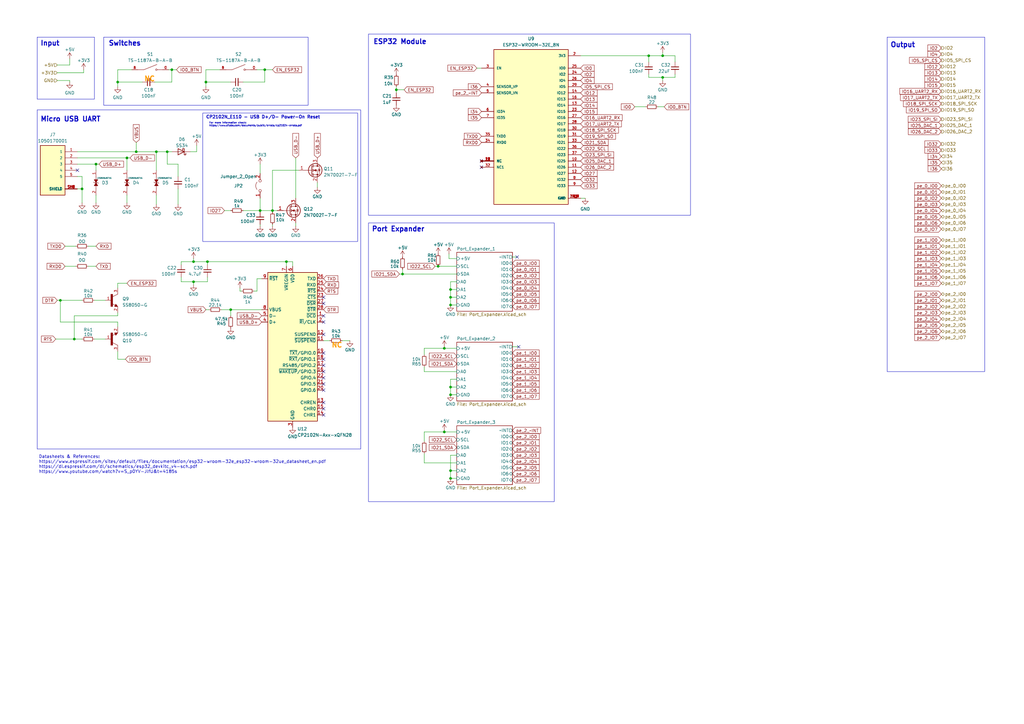
<source format=kicad_sch>
(kicad_sch (version 20230121) (generator eeschema)
  (paper "A3")
  (junction (at 85.09 107.315))
  (junction (at 108.585 28.575))
  (junction (at 184.785 125.095))
  (junction (at 184.785 118.745))
  (junction (at 271.78 31.75))
  (junction (at 184.785 158.75))
  (junction (at 117.475 107.315))
  (junction (at 79.375 107.315))
  (junction (at 33.655 77.47))
  (junction (at 55.88 62.23))
  (junction (at 184.785 161.925))
  (junction (at 162.56 36.83))
  (junction (at 184.785 193.04))
  (junction (at 94.615 127))
  (junction (at 271.78 22.86))
  (junction (at 64.135 62.23))
  (junction (at 184.785 196.215))
  (junction (at 30.48 139.065))
  (junction (at 79.375 115.57))
  (junction (at 106.68 86.36))
  (junction (at 165.1 112.395))
  (junction (at 84.455 33.655))
  (junction (at 52.07 64.77))
  (junction (at 182.245 177.165))
  (junction (at 111.76 86.36))
  (junction (at 24.765 123.19))
  (junction (at 179.705 109.22))
  (junction (at 39.37 67.31))
  (junction (at 48.26 33.655))
  (junction (at 70.485 28.575))
  (junction (at 68.58 62.23))
  (junction (at 184.785 121.92))
  (junction (at 266.065 22.86))
  (junction (at 182.245 142.875))
  (no_connect (at 132.715 152.4))
  (no_connect (at 212.09 105.41))
  (no_connect (at 132.715 121.92))
  (no_connect (at 132.715 165.1))
  (no_connect (at 132.715 160.02))
  (no_connect (at 132.715 129.54))
  (no_connect (at 132.715 157.48))
  (no_connect (at 197.485 66.04))
  (no_connect (at 212.725 142.24))
  (no_connect (at 132.715 144.78))
  (no_connect (at 132.715 154.94))
  (no_connect (at 132.715 149.86))
  (no_connect (at 132.715 147.32))
  (no_connect (at 132.715 132.08))
  (no_connect (at 132.715 167.64))
  (no_connect (at 197.485 68.58))
  (no_connect (at 31.75 69.85))
  (no_connect (at 132.715 124.46))
  (no_connect (at 132.715 137.16))
  (no_connect (at 132.715 170.18))
  (wire (pts (xy 182.245 142.875) (xy 182.245 142.24)))
  (wire (pts (xy 69.215 28.575) (xy 70.485 28.575)))
  (wire (pts (xy 24.765 123.19) (xy 33.655 123.19)))
  (wire (pts (xy 266.065 31.75) (xy 266.065 30.48)))
  (wire (pts (xy 39.37 67.31) (xy 31.75 67.31)))
  (wire (pts (xy 48.26 33.655) (xy 48.26 35.56)))
  (wire (pts (xy 90.17 28.575) (xy 84.455 28.575)))
  (wire (pts (xy 78.105 62.23) (xy 80.645 62.23)))
  (wire (pts (xy 48.26 144.145) (xy 48.26 147.32)))
  (wire (pts (xy 184.785 115.57) (xy 184.785 118.745)))
  (wire (pts (xy 276.86 30.48) (xy 276.86 31.75)))
  (wire (pts (xy 271.78 22.86) (xy 266.065 22.86)))
  (wire (pts (xy 184.785 121.92) (xy 184.785 125.095)))
  (wire (pts (xy 52.07 80.01) (xy 52.07 83.185)))
  (wire (pts (xy 106.68 86.995) (xy 106.68 86.36)))
  (wire (pts (xy 28.575 33.02) (xy 23.495 33.02)))
  (wire (pts (xy 184.785 158.75) (xy 184.785 161.925)))
  (wire (pts (xy 111.76 86.36) (xy 111.76 86.995)))
  (wire (pts (xy 276.86 25.4) (xy 276.86 22.86)))
  (wire (pts (xy 28.575 33.655) (xy 28.575 33.02)))
  (wire (pts (xy 31.75 77.47) (xy 33.655 77.47)))
  (wire (pts (xy 184.785 186.69) (xy 184.785 193.04)))
  (wire (pts (xy 48.26 133.985) (xy 48.26 132.08)))
  (wire (pts (xy 92.075 86.36) (xy 94.615 86.36)))
  (wire (pts (xy 39.37 80.01) (xy 39.37 83.185)))
  (wire (pts (xy 238.125 22.86) (xy 266.065 22.86)))
  (wire (pts (xy 266.065 22.86) (xy 266.065 25.4)))
  (wire (pts (xy 111.76 92.075) (xy 111.76 92.71)))
  (wire (pts (xy 104.14 119.38) (xy 105.41 119.38)))
  (wire (pts (xy 48.26 128.27) (xy 48.26 129.54)))
  (wire (pts (xy 55.88 58.42) (xy 55.88 62.23)))
  (wire (pts (xy 106.68 92.075) (xy 106.68 92.71)))
  (wire (pts (xy 210.185 142.24) (xy 212.725 142.24)))
  (wire (pts (xy 173.99 142.875) (xy 182.245 142.875)))
  (wire (pts (xy 260.35 43.815) (xy 264.795 43.815)))
  (wire (pts (xy 173.99 177.165) (xy 182.245 177.165)))
  (wire (pts (xy 85.09 107.315) (xy 85.09 108.585)))
  (wire (pts (xy 23.495 26.67) (xy 28.575 26.67)))
  (wire (pts (xy 162.56 36.83) (xy 162.56 38.1)))
  (wire (pts (xy 40.64 67.31) (xy 39.37 67.31)))
  (wire (pts (xy 178.435 109.22) (xy 179.705 109.22)))
  (wire (pts (xy 187.325 121.92) (xy 184.785 121.92)))
  (wire (pts (xy 179.705 109.22) (xy 187.325 109.22)))
  (wire (pts (xy 187.325 177.165) (xy 182.245 177.165)))
  (wire (pts (xy 269.875 43.815) (xy 272.415 43.815)))
  (wire (pts (xy 33.655 77.47) (xy 33.655 72.39)))
  (wire (pts (xy 94.615 129.54) (xy 94.615 127)))
  (wire (pts (xy 120.015 109.22) (xy 120.015 107.315)))
  (wire (pts (xy 74.295 107.315) (xy 74.295 108.585)))
  (wire (pts (xy 26.67 109.22) (xy 31.115 109.22)))
  (wire (pts (xy 99.06 119.38) (xy 98.425 119.38)))
  (wire (pts (xy 79.375 115.57) (xy 85.09 115.57)))
  (wire (pts (xy 39.37 67.31) (xy 39.37 69.85)))
  (wire (pts (xy 48.26 132.08) (xy 24.765 132.08)))
  (wire (pts (xy 173.99 145.415) (xy 173.99 142.875)))
  (wire (pts (xy 111.76 28.575) (xy 108.585 28.575)))
  (wire (pts (xy 48.26 147.32) (xy 51.435 147.32)))
  (wire (pts (xy 68.58 67.31) (xy 68.58 62.23)))
  (wire (pts (xy 113.665 86.36) (xy 111.76 86.36)))
  (wire (pts (xy 36.195 100.965) (xy 39.37 100.965)))
  (wire (pts (xy 187.325 115.57) (xy 184.785 115.57)))
  (wire (pts (xy 79.375 107.315) (xy 85.09 107.315)))
  (wire (pts (xy 23.495 123.19) (xy 24.765 123.19)))
  (wire (pts (xy 105.41 119.38) (xy 105.41 114.3)))
  (wire (pts (xy 64.135 80.01) (xy 64.135 83.82)))
  (wire (pts (xy 38.735 139.065) (xy 43.18 139.065)))
  (wire (pts (xy 55.88 62.23) (xy 64.135 62.23)))
  (wire (pts (xy 74.295 113.665) (xy 74.295 115.57)))
  (wire (pts (xy 187.325 155.575) (xy 184.785 155.575)))
  (wire (pts (xy 24.765 132.08) (xy 24.765 123.19)))
  (wire (pts (xy 130.175 76.835) (xy 130.175 74.93)))
  (wire (pts (xy 73.025 67.31) (xy 68.58 67.31)))
  (wire (pts (xy 58.42 33.655) (xy 48.26 33.655)))
  (wire (pts (xy 173.99 180.975) (xy 173.99 177.165)))
  (wire (pts (xy 84.455 28.575) (xy 84.455 33.655)))
  (wire (pts (xy 48.26 28.575) (xy 48.26 33.655)))
  (wire (pts (xy 31.75 62.23) (xy 55.88 62.23)))
  (wire (pts (xy 184.785 155.575) (xy 184.785 158.75)))
  (wire (pts (xy 108.585 28.575) (xy 108.585 33.655)))
  (wire (pts (xy 48.26 116.205) (xy 48.26 118.11)))
  (wire (pts (xy 30.48 129.54) (xy 30.48 139.065)))
  (wire (pts (xy 64.135 62.23) (xy 68.58 62.23)))
  (wire (pts (xy 64.135 62.23) (xy 64.135 69.85)))
  (wire (pts (xy 184.785 161.925) (xy 187.325 161.925)))
  (wire (pts (xy 52.07 64.77) (xy 53.34 64.77)))
  (wire (pts (xy 52.07 116.205) (xy 48.26 116.205)))
  (wire (pts (xy 165.1 110.49) (xy 165.1 112.395)))
  (wire (pts (xy 122.555 69.85) (xy 111.76 69.85)))
  (wire (pts (xy 99.695 33.655) (xy 108.585 33.655)))
  (wire (pts (xy 165.735 36.83) (xy 162.56 36.83)))
  (wire (pts (xy 163.83 112.395) (xy 165.1 112.395)))
  (wire (pts (xy 31.75 72.39) (xy 33.655 72.39)))
  (wire (pts (xy 195.58 27.94) (xy 197.485 27.94)))
  (wire (pts (xy 165.1 112.395) (xy 187.325 112.395)))
  (wire (pts (xy 210.185 105.41) (xy 212.09 105.41)))
  (wire (pts (xy 26.67 100.965) (xy 31.115 100.965)))
  (wire (pts (xy 184.785 118.745) (xy 184.785 121.92)))
  (wire (pts (xy 140.335 139.7) (xy 143.51 139.7)))
  (wire (pts (xy 53.975 28.575) (xy 48.26 28.575)))
  (wire (pts (xy 74.295 115.57) (xy 79.375 115.57)))
  (wire (pts (xy 70.485 33.655) (xy 70.485 28.575)))
  (wire (pts (xy 276.86 22.86) (xy 271.78 22.86)))
  (wire (pts (xy 184.785 196.215) (xy 187.325 196.215)))
  (wire (pts (xy 34.29 28.575) (xy 34.29 29.845)))
  (wire (pts (xy 70.485 28.575) (xy 72.39 28.575)))
  (wire (pts (xy 117.475 107.315) (xy 120.015 107.315)))
  (wire (pts (xy 187.325 118.745) (xy 184.785 118.745)))
  (wire (pts (xy 111.76 69.85) (xy 111.76 86.36)))
  (wire (pts (xy 173.99 189.865) (xy 187.325 189.865)))
  (wire (pts (xy 84.455 33.655) (xy 84.455 35.56)))
  (wire (pts (xy 187.325 193.04) (xy 184.785 193.04)))
  (wire (pts (xy 85.725 127) (xy 84.455 127)))
  (wire (pts (xy 173.99 152.4) (xy 187.325 152.4)))
  (wire (pts (xy 52.07 64.77) (xy 52.07 69.85)))
  (wire (pts (xy 106.68 67.31) (xy 106.68 71.12)))
  (wire (pts (xy 121.285 81.28) (xy 121.285 64.77)))
  (wire (pts (xy 79.375 106.045) (xy 79.375 107.315)))
  (wire (pts (xy 94.615 127) (xy 107.315 127)))
  (wire (pts (xy 30.48 139.065) (xy 33.655 139.065)))
  (wire (pts (xy 79.375 107.315) (xy 74.295 107.315)))
  (wire (pts (xy 94.615 33.655) (xy 84.455 33.655)))
  (wire (pts (xy 28.575 26.67) (xy 28.575 24.13)))
  (wire (pts (xy 162.56 35.56) (xy 162.56 36.83)))
  (wire (pts (xy 271.78 31.75) (xy 271.78 33.02)))
  (wire (pts (xy 121.285 91.44) (xy 121.285 92.71)))
  (wire (pts (xy 184.15 106.045) (xy 184.15 104.14)))
  (wire (pts (xy 31.75 64.77) (xy 52.07 64.77)))
  (wire (pts (xy 48.26 129.54) (xy 30.48 129.54)))
  (wire (pts (xy 80.645 62.23) (xy 80.645 59.69)))
  (wire (pts (xy 111.76 86.36) (xy 106.68 86.36)))
  (wire (pts (xy 106.68 81.28) (xy 106.68 86.36)))
  (wire (pts (xy 173.99 186.055) (xy 173.99 189.865)))
  (wire (pts (xy 73.025 72.39) (xy 73.025 67.31)))
  (wire (pts (xy 117.475 107.315) (xy 117.475 109.22)))
  (wire (pts (xy 184.785 186.69) (xy 187.325 186.69)))
  (wire (pts (xy 99.695 86.36) (xy 106.68 86.36)))
  (wire (pts (xy 22.86 139.065) (xy 30.48 139.065)))
  (wire (pts (xy 36.195 109.22) (xy 39.37 109.22)))
  (wire (pts (xy 68.58 62.23) (xy 70.485 62.23)))
  (wire (pts (xy 85.09 115.57) (xy 85.09 113.665)))
  (wire (pts (xy 276.86 31.75) (xy 271.78 31.75)))
  (wire (pts (xy 184.785 193.04) (xy 184.785 196.215)))
  (wire (pts (xy 63.5 33.655) (xy 70.485 33.655)))
  (wire (pts (xy 271.78 31.75) (xy 266.065 31.75)))
  (wire (pts (xy 73.025 77.47) (xy 73.025 83.82)))
  (wire (pts (xy 33.655 83.185) (xy 33.655 77.47)))
  (wire (pts (xy 184.15 106.045) (xy 187.325 106.045)))
  (wire (pts (xy 98.425 119.38) (xy 98.425 118.11)))
  (wire (pts (xy 173.99 152.4) (xy 173.99 150.495)))
  (wire (pts (xy 238.125 81.28) (xy 240.03 81.28)))
  (wire (pts (xy 187.325 142.875) (xy 182.245 142.875)))
  (wire (pts (xy 132.715 139.7) (xy 135.255 139.7)))
  (wire (pts (xy 85.09 107.315) (xy 117.475 107.315)))
  (wire (pts (xy 79.375 116.84) (xy 79.375 115.57)))
  (wire (pts (xy 38.735 123.19) (xy 43.18 123.19)))
  (wire (pts (xy 271.78 21.59) (xy 271.78 22.86)))
  (wire (pts (xy 184.785 125.095) (xy 187.325 125.095)))
  (wire (pts (xy 105.41 114.3) (xy 107.315 114.3)))
  (wire (pts (xy 90.805 127) (xy 94.615 127)))
  (wire (pts (xy 105.41 28.575) (xy 108.585 28.575)))
  (wire (pts (xy 187.325 158.75) (xy 184.785 158.75)))
  (wire (pts (xy 182.245 177.165) (xy 182.245 176.53)))
  (wire (pts (xy 34.29 29.845) (xy 23.495 29.845)))
  (rectangle (start 15.24 45.085) (end 147.955 184.15))
  (rectangle (start 83.185 46.355) (end 146.685 99.06))
  (rectangle (start 363.855 15.24) (end 403.86 152.4))
  (rectangle (start 42.545 15.24) (end 126.365 43.18))
  (rectangle (start 151.13 13.97) (end 283.21 88.265))
  (rectangle (start 151.13 91.44) (end 227.33 205.74))
  (rectangle (start 15.24 15.24) (end 38.735 40.64))
  (text "Micro USB UART" (at 16.51 50.165 0) (effects (font (size 2 2) bold) (justify left bottom)))
  (text "Port Expander" (at 152.4 95.25 0) (effects (font (size 2 2) (thickness 0.4) bold) (justify left bottom)))
  (text "ESP32 Module" (at 153.035 18.415 0) (effects (font (size 2 2) bold) (justify left bottom)))
  (text "CP2102N_E110 - USB D+/D- Power-On Reset" (at 84.455 48.895 0) (effects (font (size 1.27 1.27) (thickness 0.254) bold) (justify left bottom)))
  (text "NC" (at 135.89 142.875 0) (effects (font (size 2 2) (thickness 0.4) bold) (justify left bottom)))
  (text "For more information check:\nhttps://www.silabs.com/documents/public/errata/cp2102n-errata.pdf" (at 85.725 52.07 0) (effects (font (size 0.7 0.7)) (justify left bottom)))
  (text "Datasheets & References:\nhttps://www.espressif.com/sites/default/files/documentation/esp32-wroom-32e_esp32-wroom-32ue_datasheet_en.pdf\nhttps://dl.espressif.com/dl/schematics/esp32_devkitc_v4-sch.pdf\nhttps://www.youtube.com/watch?v=S_p0YV-JlfU&t=4185s" (at 15.875 194.31 0) (effects (font (size 1.27 1.27)) (justify left bottom)))
  (text "Switches" (at 44.45 19.05 0) (effects (font (size 2 2) (thickness 0.4) bold) (justify left bottom)))
  (text "NC" (at 59.055 33.655 0) (effects (font (size 2 2) (thickness 0.4) bold) (justify left bottom)))
  (text "Input" (at 16.51 19.05 0) (effects (font (size 2 2) (thickness 0.4) bold) (justify left bottom)))
  (text "Output" (at 365.125 19.685 0) (effects (font (size 2 2) (thickness 0.4) bold) (justify left bottom)))
  (global_label "IO14" (shape input) (at 386.08 32.385 180) (property "Intersheetrefs" "${INTERSHEET_REFS}" (effects hide)))
  (global_label "IO25_DAC_1" (shape input) (at 238.125 66.04 0) (property "Intersheetrefs" "${INTERSHEET_REFS}" (effects hide)))
  (global_label "IO19_SPI_SO" (shape input) (at 238.125 55.88 0) (property "Intersheetrefs" "${INTERSHEET_REFS}" (effects hide)))
  (global_label "pe_2_IO5" (shape input) (at 386.08 133.35 180) (property "Intersheetrefs" "${INTERSHEET_REFS}" (effects hide)))
  (global_label "IO18_SPI_SCK" (shape input) (at 238.125 53.34 0) (property "Intersheetrefs" "${INTERSHEET_REFS}" (effects hide)))
  (global_label "EN_ESP32" (shape input) (at 111.76 28.575 0) (property "Intersheetrefs" "${INTERSHEET_REFS}" (effects hide)))
  (global_label "I36" (shape input) (at 197.485 35.56 180) (property "Intersheetrefs" "${INTERSHEET_REFS}" (effects hide)))
  (global_label "IO21_SDA" (shape input) (at 238.125 58.42 0) (property "Intersheetrefs" "${INTERSHEET_REFS}" (effects hide)))
  (global_label "IO26_DAC_2" (shape input) (at 386.08 53.975 180) (property "Intersheetrefs" "${INTERSHEET_REFS}" (effects hide)))
  (global_label "IO13" (shape input) (at 238.125 40.64 0) (property "Intersheetrefs" "${INTERSHEET_REFS}" (effects hide)))
  (global_label "USB_D-" (shape input) (at 107.315 129.54 180) (property "Intersheetrefs" "${INTERSHEET_REFS}" (effects hide)))
  (global_label "USB_D+" (shape input) (at 107.315 132.08 180) (property "Intersheetrefs" "${INTERSHEET_REFS}" (effects hide)))
  (global_label "pe_2_IO2" (shape input) (at 210.185 184.15 0) (property "Intersheetrefs" "${INTERSHEET_REFS}" (effects hide)))
  (global_label "VBUS" (shape input) (at 84.455 127 180) (property "Intersheetrefs" "${INTERSHEET_REFS}" (effects hide)))
  (global_label "I35" (shape input) (at 386.08 66.675 180) (property "Intersheetrefs" "${INTERSHEET_REFS}" (effects hide)))
  (global_label "USB_D+" (shape input) (at 40.64 67.31 0) (property "Intersheetrefs" "${INTERSHEET_REFS}" (effects hide)))
  (global_label "pe_2_IO6" (shape input) (at 386.08 135.89 180) (property "Intersheetrefs" "${INTERSHEET_REFS}" (effects hide)))
  (global_label "IO0_BTN" (shape input) (at 272.415 43.815 0) (property "Intersheetrefs" "${INTERSHEET_REFS}" (effects hide)))
  (global_label "pe_0_IO2" (shape input) (at 210.185 113.03 0) (property "Intersheetrefs" "${INTERSHEET_REFS}" (effects hide)))
  (global_label "USB_D-" (shape input) (at 121.285 64.77 90) (property "Intersheetrefs" "${INTERSHEET_REFS}" (effects hide)))
  (global_label "IO22_SCL" (shape input) (at 187.325 146.05 180) (property "Intersheetrefs" "${INTERSHEET_REFS}" (effects hide)))
  (global_label "pe_1_IO0" (shape input) (at 210.185 144.78 0) (property "Intersheetrefs" "${INTERSHEET_REFS}" (effects hide)))
  (global_label "TXD0" (shape input) (at 197.485 55.88 180) (property "Intersheetrefs" "${INTERSHEET_REFS}" (effects hide)))
  (global_label "pe_1_IO1" (shape input) (at 386.08 100.965 180) (property "Intersheetrefs" "${INTERSHEET_REFS}" (effects hide)))
  (global_label "IO13" (shape input) (at 386.08 29.845 180) (property "Intersheetrefs" "${INTERSHEET_REFS}" (effects hide)))
  (global_label "pe_2_IO7" (shape input) (at 210.185 196.85 0) (property "Intersheetrefs" "${INTERSHEET_REFS}" (effects hide)))
  (global_label "pe_1_IO6" (shape input) (at 210.185 160.02 0) (property "Intersheetrefs" "${INTERSHEET_REFS}" (effects hide)))
  (global_label "pe_0_IO3" (shape input) (at 210.185 115.57 0) (property "Intersheetrefs" "${INTERSHEET_REFS}" (effects hide)))
  (global_label "IO23_SPI_SI" (shape input) (at 238.125 63.5 0) (property "Intersheetrefs" "${INTERSHEET_REFS}" (effects hide)))
  (global_label "IO4" (shape input) (at 238.125 33.02 0) (property "Intersheetrefs" "${INTERSHEET_REFS}" (effects hide)))
  (global_label "pe_0_IO7" (shape input) (at 210.185 125.73 0) (property "Intersheetrefs" "${INTERSHEET_REFS}" (effects hide)))
  (global_label "IO15" (shape input) (at 386.08 34.925 180) (property "Intersheetrefs" "${INTERSHEET_REFS}" (effects hide)))
  (global_label "IO22_SCL" (shape input) (at 178.435 109.22 180) (property "Intersheetrefs" "${INTERSHEET_REFS}" (effects hide)))
  (global_label "IO27" (shape input) (at 92.075 86.36 180) (property "Intersheetrefs" "${INTERSHEET_REFS}" (effects hide)))
  (global_label "DTR" (shape input) (at 132.715 127 0) (property "Intersheetrefs" "${INTERSHEET_REFS}" (effects hide)))
  (global_label "IO0_BTN" (shape input) (at 72.39 28.575 0) (property "Intersheetrefs" "${INTERSHEET_REFS}" (effects hide)))
  (global_label "pe_2_IO2" (shape input) (at 386.08 125.73 180) (property "Intersheetrefs" "${INTERSHEET_REFS}" (effects hide)))
  (global_label "IO21_SDA" (shape input) (at 187.325 183.515 180) (property "Intersheetrefs" "${INTERSHEET_REFS}" (effects hide)))
  (global_label "I36" (shape input) (at 386.08 69.215 180) (property "Intersheetrefs" "${INTERSHEET_REFS}" (effects hide)))
  (global_label "IO23_SPI_SI" (shape input) (at 386.08 48.895 180) (property "Intersheetrefs" "${INTERSHEET_REFS}" (effects hide)))
  (global_label "RTS" (shape input) (at 132.715 119.38 0) (property "Intersheetrefs" "${INTERSHEET_REFS}" (effects hide)))
  (global_label "IO22_SCL" (shape input) (at 238.125 60.96 0) (property "Intersheetrefs" "${INTERSHEET_REFS}" (effects hide)))
  (global_label "I34" (shape input) (at 197.485 45.72 180) (property "Intersheetrefs" "${INTERSHEET_REFS}" (effects hide)))
  (global_label "DTR" (shape input) (at 23.495 123.19 180) (property "Intersheetrefs" "${INTERSHEET_REFS}" (effects hide)))
  (global_label "pe_1_IO3" (shape input) (at 386.08 106.045 180) (property "Intersheetrefs" "${INTERSHEET_REFS}" (effects hide)))
  (global_label "pe_2_IO5" (shape input) (at 210.185 191.77 0) (property "Intersheetrefs" "${INTERSHEET_REFS}" (effects hide)))
  (global_label "pe_0_IO1" (shape input) (at 210.185 110.49 0) (property "Intersheetrefs" "${INTERSHEET_REFS}" (effects hide)))
  (global_label "IO27" (shape input) (at 238.125 71.12 0) (property "Intersheetrefs" "${INTERSHEET_REFS}" (effects hide)))
  (global_label "pe_1_IO7" (shape input) (at 210.185 162.56 0) (property "Intersheetrefs" "${INTERSHEET_REFS}" (effects hide)))
  (global_label "RXD0" (shape input) (at 197.485 58.42 180) (property "Intersheetrefs" "${INTERSHEET_REFS}" (effects hide)))
  (global_label "pe_1_IO6" (shape input) (at 386.08 113.665 180) (property "Intersheetrefs" "${INTERSHEET_REFS}" (effects hide)))
  (global_label "pe_1_IO2" (shape input) (at 210.185 149.86 0) (property "Intersheetrefs" "${INTERSHEET_REFS}" (effects hide)))
  (global_label "I34" (shape input) (at 386.08 64.135 180) (property "Intersheetrefs" "${INTERSHEET_REFS}" (effects hide)))
  (global_label "pe_2_IO3" (shape input) (at 210.185 186.69 0) (property "Intersheetrefs" "${INTERSHEET_REFS}" (effects hide)))
  (global_label "RXD" (shape input) (at 132.715 116.84 0) (property "Intersheetrefs" "${INTERSHEET_REFS}" (effects hide)))
  (global_label "IO25_DAC_1" (shape input) (at 386.08 51.435 180) (property "Intersheetrefs" "${INTERSHEET_REFS}" (effects hide)))
  (global_label "IO17_UART2_TX" (shape input) (at 238.125 50.8 0) (property "Intersheetrefs" "${INTERSHEET_REFS}" (effects hide)))
  (global_label "IO0" (shape input) (at 238.125 27.94 0) (property "Intersheetrefs" "${INTERSHEET_REFS}" (effects hide)))
  (global_label "pe_2_IO0" (shape input) (at 210.185 179.07 0) (property "Intersheetrefs" "${INTERSHEET_REFS}" (effects hide)))
  (global_label "pe_0_IO3" (shape input) (at 386.08 83.82 180) (property "Intersheetrefs" "${INTERSHEET_REFS}" (effects hide)))
  (global_label "IO2" (shape input) (at 386.08 19.685 180) (property "Intersheetrefs" "${INTERSHEET_REFS}" (effects hide)))
  (global_label "USB_D+" (shape input) (at 130.175 64.77 90) (property "Intersheetrefs" "${INTERSHEET_REFS}" (effects hide)))
  (global_label "IO17_UART2_TX" (shape input) (at 386.08 40.005 180) (property "Intersheetrefs" "${INTERSHEET_REFS}" (effects hide)))
  (global_label "pe_2_IO4" (shape input) (at 386.08 130.81 180) (property "Intersheetrefs" "${INTERSHEET_REFS}" (effects hide)))
  (global_label "pe_2_IO7" (shape input) (at 386.08 138.43 180) (property "Intersheetrefs" "${INTERSHEET_REFS}" (effects hide)))
  (global_label "TXD0" (shape input) (at 26.67 100.965 180) (property "Intersheetrefs" "${INTERSHEET_REFS}" (effects hide)))
  (global_label "pe_2_IO1" (shape input) (at 386.08 123.19 180) (property "Intersheetrefs" "${INTERSHEET_REFS}" (effects hide)))
  (global_label "IO2" (shape input) (at 238.125 30.48 0) (property "Intersheetrefs" "${INTERSHEET_REFS}" (effects hide)))
  (global_label "pe_1_IO4" (shape input) (at 386.08 108.585 180) (property "Intersheetrefs" "${INTERSHEET_REFS}" (effects hide)))
  (global_label "pe_0_IO1" (shape input) (at 386.08 78.74 180) (property "Intersheetrefs" "${INTERSHEET_REFS}" (effects hide)))
  (global_label "pe_1_IO5" (shape input) (at 210.185 157.48 0) (property "Intersheetrefs" "${INTERSHEET_REFS}" (effects hide)))
  (global_label "pe_2_~INT" (shape input) (at 197.485 38.1 180) (property "Intersheetrefs" "${INTERSHEET_REFS}" (effects hide)))
  (global_label "IO0_BTN" (shape input) (at 51.435 147.32 0) (property "Intersheetrefs" "${INTERSHEET_REFS}" (effects hide)))
  (global_label "RTS" (shape input) (at 22.86 139.065 180) (property "Intersheetrefs" "${INTERSHEET_REFS}" (effects hide)))
  (global_label "pe_0_IO0" (shape input) (at 386.08 76.2 180) (property "Intersheetrefs" "${INTERSHEET_REFS}" (effects hide)))
  (global_label "pe_2_IO1" (shape input) (at 210.185 181.61 0) (property "Intersheetrefs" "${INTERSHEET_REFS}" (effects hide)))
  (global_label "VBUS" (shape input) (at 55.88 58.42 90) (property "Intersheetrefs" "${INTERSHEET_REFS}" (effects hide)))
  (global_label "EN_ESP32" (shape input) (at 52.07 116.205 0) (property "Intersheetrefs" "${INTERSHEET_REFS}" (effects hide)))
  (global_label "IO15" (shape input) (at 238.125 45.72 0) (property "Intersheetrefs" "${INTERSHEET_REFS}" (effects hide)))
  (global_label "IO0" (shape input) (at 260.35 43.815 180) (property "Intersheetrefs" "${INTERSHEET_REFS}" (effects hide)))
  (global_label "IO33" (shape input) (at 238.125 76.2 0) (property "Intersheetrefs" "${INTERSHEET_REFS}" (effects hide)))
  (global_label "IO5_SPI_CS" (shape input) (at 386.08 24.765 180) (property "Intersheetrefs" "${INTERSHEET_REFS}" (effects hide)))
  (global_label "pe_0_IO2" (shape input) (at 386.08 81.28 180) (property "Intersheetrefs" "${INTERSHEET_REFS}" (effects hide)))
  (global_label "IO12" (shape input) (at 386.08 27.305 180) (property "Intersheetrefs" "${INTERSHEET_REFS}" (effects hide)))
  (global_label "pe_0_IO0" (shape input) (at 210.185 107.95 0) (property "Intersheetrefs" "${INTERSHEET_REFS}" (effects hide)))
  (global_label "IO32" (shape input) (at 386.08 59.055 180) (property "Intersheetrefs" "${INTERSHEET_REFS}" (effects hide)))
  (global_label "IO12" (shape input) (at 238.125 38.1 0) (property "Intersheetrefs" "${INTERSHEET_REFS}" (effects hide)))
  (global_label "EN_ESP32" (shape input) (at 165.735 36.83 0) (property "Intersheetrefs" "${INTERSHEET_REFS}" (effects hide)))
  (global_label "RXD0" (shape input) (at 26.67 109.22 180) (property "Intersheetrefs" "${INTERSHEET_REFS}" (effects hide)))
  (global_label "pe_0_IO4" (shape input) (at 386.08 86.36 180) (property "Intersheetrefs" "${INTERSHEET_REFS}" (effects hide)))
  (global_label "pe_1_IO0" (shape input) (at 386.08 98.425 180) (property "Intersheetrefs" "${INTERSHEET_REFS}" (effects hide)))
  (global_label "IO32" (shape input) (at 238.125 73.66 0) (property "Intersheetrefs" "${INTERSHEET_REFS}" (effects hide)))
  (global_label "pe_2_IO0" (shape input) (at 386.08 120.65 180) (property "Intersheetrefs" "${INTERSHEET_REFS}" (effects hide)))
  (global_label "I35" (shape input) (at 197.485 48.26 180) (property "Intersheetrefs" "${INTERSHEET_REFS}" (effects hide)))
  (global_label "IO19_SPI_SO" (shape input) (at 386.08 45.085 180) (property "Intersheetrefs" "${INTERSHEET_REFS}" (effects hide)))
  (global_label "IO33" (shape input) (at 386.08 61.595 180) (property "Intersheetrefs" "${INTERSHEET_REFS}" (effects hide)))
  (global_label "IO4" (shape input) (at 386.08 22.225 180) (property "Intersheetrefs" "${INTERSHEET_REFS}" (effects hide)))
  (global_label "pe_0_IO6" (shape input) (at 386.08 91.44 180) (property "Intersheetrefs" "${INTERSHEET_REFS}" (effects hide)))
  (global_label "pe_1_IO2" (shape input) (at 386.08 103.505 180) (property "Intersheetrefs" "${INTERSHEET_REFS}" (effects hide)))
  (global_label "pe_2_IO6" (shape input) (at 210.185 194.31 0) (property "Intersheetrefs" "${INTERSHEET_REFS}" (effects hide)))
  (global_label "pe_1_IO4" (shape input) (at 210.185 154.94 0) (property "Intersheetrefs" "${INTERSHEET_REFS}" (effects hide)))
  (global_label "IO16_UART2_RX" (shape input) (at 386.08 37.465 180) (property "Intersheetrefs" "${INTERSHEET_REFS}" (effects hide)))
  (global_label "pe_0_IO5" (shape input) (at 386.08 88.9 180) (property "Intersheetrefs" "${INTERSHEET_REFS}" (effects hide)))
  (global_label "IO14" (shape input) (at 238.125 43.18 0) (property "Intersheetrefs" "${INTERSHEET_REFS}" (effects hide)))
  (global_label "pe_0_IO7" (shape input) (at 386.08 93.98 180) (property "Intersheetrefs" "${INTERSHEET_REFS}" (effects hide)))
  (global_label "pe_1_IO1" (shape input) (at 210.185 147.32 0) (property "Intersheetrefs" "${INTERSHEET_REFS}" (effects hide)))
  (global_label "IO16_UART2_RX" (shape input) (at 238.125 48.26 0) (property "Intersheetrefs" "${INTERSHEET_REFS}" (effects hide)))
  (global_label "pe_0_IO4" (shape input) (at 210.185 118.11 0) (property "Intersheetrefs" "${INTERSHEET_REFS}" (effects hide)))
  (global_label "pe_1_IO7" (shape input) (at 386.08 116.205 180) (property "Intersheetrefs" "${INTERSHEET_REFS}" (effects hide)))
  (global_label "pe_0_IO5" (shape input) (at 210.185 120.65 0) (property "Intersheetrefs" "${INTERSHEET_REFS}" (effects hide)))
  (global_label "IO21_SDA" (shape input) (at 187.325 149.225 180) (property "Intersheetrefs" "${INTERSHEET_REFS}" (effects hide)))
  (global_label "IO18_SPI_SCK" (shape input) (at 386.08 42.545 180) (property "Intersheetrefs" "${INTERSHEET_REFS}" (effects hide)))
  (global_label "IO5_SPI_CS" (shape input) (at 238.125 35.56 0) (property "Intersheetrefs" "${INTERSHEET_REFS}" (effects hide)))
  (global_label "IO26_DAC_2" (shape input) (at 238.125 68.58 0) (property "Intersheetrefs" "${INTERSHEET_REFS}" (effects hide)))
  (global_label "pe_2_IO3" (shape input) (at 386.08 128.27 180) (property "Intersheetrefs" "${INTERSHEET_REFS}" (effects hide)))
  (global_label "TXD" (shape input) (at 39.37 109.22 0) (property "Intersheetrefs" "${INTERSHEET_REFS}" (effects hide)))
  (global_label "pe_1_IO3" (shape input) (at 210.185 152.4 0) (property "Intersheetrefs" "${INTERSHEET_REFS}" (effects hide)))
  (global_label "EN_ESP32" (shape input) (at 195.58 27.94 180) (property "Intersheetrefs" "${INTERSHEET_REFS}" (effects hide)))
  (global_label "IO22_SCL" (shape input) (at 187.325 180.34 180) (property "Intersheetrefs" "${INTERSHEET_REFS}" (effects hide)))
  (global_label "pe_2_IO4" (shape input) (at 210.185 189.23 0) (property "Intersheetrefs" "${INTERSHEET_REFS}" (effects hide)))
  (global_label "pe_2_~INT" (shape input) (at 210.185 176.53 0) (property "Intersheetrefs" "${INTERSHEET_REFS}" (effects hide)))
  (global_label "pe_0_IO6" (shape input) (at 210.185 123.19 0) (property "Intersheetrefs" "${INTERSHEET_REFS}" (effects hide)))
  (global_label "TXD" (shape input) (at 132.715 114.3 0) (property "Intersheetrefs" "${INTERSHEET_REFS}" (effects hide)))
  (global_label "USB_D-" (shape input) (at 53.34 64.77 0) (property "Intersheetrefs" "${INTERSHEET_REFS}" (effects hide)))
  (global_label "RXD" (shape input) (at 39.37 100.965 0) (property "Intersheetrefs" "${INTERSHEET_REFS}" (effects hide)))
  (global_label "pe_1_IO5" (shape input) (at 386.08 111.125 180) (property "Intersheetrefs" "${INTERSHEET_REFS}" (effects hide)))
  (global_label "IO21_SDA" (shape input) (at 163.83 112.395 180) (property "Intersheetrefs" "${INTERSHEET_REFS}" (effects hide)))
  (hierarchical_label "I34" (shape input) (at 386.08 64.135 0))
  (hierarchical_label "IO4" (shape output) (at 386.08 22.225 0))
  (hierarchical_label "pe_1_IO5" (shape bidirectional) (at 386.08 111.125 0))
  (hierarchical_label "pe_2_IO2" (shape bidirectional) (at 386.08 125.73 0))
  (hierarchical_label "IO25_DAC_1" (shape output) (at 386.08 51.435 0))
  (hierarchical_label "pe_2_IO4" (shape bidirectional) (at 386.08 130.81 0))
  (hierarchical_label "pe_2_IO5" (shape bidirectional) (at 386.08 133.35 0))
  (hierarchical_label "+5V" (shape input) (at 23.495 26.67 180))
  (hierarchical_label "pe_0_IO0" (shape bidirectional) (at 386.08 76.2 0))
  (hierarchical_label "IO13" (shape output) (at 386.08 29.845 0))
  (hierarchical_label "I36" (shape input) (at 386.08 69.215 0))
  (hierarchical_label "pe_2_IO1" (shape bidirectional) (at 386.08 123.19 0))
  (hierarchical_label "IO5_SPI_CS" (shape output) (at 386.08 24.765 0))
  (hierarchical_label "IO17_UART2_TX" (shape output) (at 386.08 40.005 0))
  (hierarchical_label "IO18_SPI_SCK" (shape output) (at 386.08 42.545 0))
  (hierarchical_label "pe_0_IO7" (shape bidirectional) (at 386.08 93.98 0))
  (hierarchical_label "IO15" (shape output) (at 386.08 34.925 0))
  (hierarchical_label "IO33" (shape output) (at 386.08 61.595 0))
  (hierarchical_label "pe_0_IO2" (shape bidirectional) (at 386.08 81.28 0))
  (hierarchical_label "IO26_DAC_2" (shape output) (at 386.08 53.975 0))
  (hierarchical_label "pe_1_IO6" (shape bidirectional) (at 386.08 113.665 0))
  (hierarchical_label "pe_2_IO6" (shape bidirectional) (at 386.08 135.89 0))
  (hierarchical_label "IO2" (shape output) (at 386.08 19.685 0))
  (hierarchical_label "IO16_UART2_RX" (shape output) (at 386.08 37.465 0))
  (hierarchical_label "pe_2_IO0" (shape bidirectional) (at 386.08 120.65 0))
  (hierarchical_label "pe_1_IO7" (shape bidirectional) (at 386.08 116.205 0))
  (hierarchical_label "pe_0_IO1" (shape bidirectional) (at 386.08 78.74 0))
  (hierarchical_label "IO23_SPI_SI" (shape output) (at 386.08 48.895 0))
  (hierarchical_label "pe_0_IO6" (shape bidirectional) (at 386.08 91.44 0))
  (hierarchical_label "+3V3" (shape input) (at 23.495 29.845 180))
  (hierarchical_label "pe_1_IO2" (shape bidirectional) (at 386.08 103.505 0))
  (hierarchical_label "pe_0_IO5" (shape bidirectional) (at 386.08 88.9 0))
  (hierarchical_label "I35" (shape input) (at 386.08 66.675 0))
  (hierarchical_label "GND" (shape input) (at 23.495 33.02 180))
  (hierarchical_label "IO19_SPI_SO" (shape output) (at 386.08 45.085 0))
  (hierarchical_label "pe_1_IO0" (shape bidirectional) (at 386.08 98.425 0))
  (hierarchical_label "pe_1_IO1" (shape bidirectional) (at 386.08 100.965 0))
  (hierarchical_label "pe_2_IO3" (shape bidirectional) (at 386.08 128.27 0))
  (hierarchical_label "pe_1_IO4" (shape bidirectional) (at 386.08 108.585 0))
  (hierarchical_label "pe_0_IO3" (shape bidirectional) (at 386.08 83.82 0))
  (hierarchical_label "IO12" (shape output) (at 386.08 27.305 0))
  (hierarchical_label "IO32" (shape output) (at 386.08 59.055 0))
  (hierarchical_label "IO14" (shape output) (at 386.08 32.385 0))
  (hierarchical_label "pe_1_IO3" (shape bidirectional) (at 386.08 106.045 0))
  (hierarchical_label "pe_2_IO7" (shape bidirectional) (at 386.08 138.43 0))
  (hierarchical_label "pe_0_IO4" (shape bidirectional) (at 386.08 86.36 0))
  (symbol (lib_id "Interface_USB:CP2102N-Axx-xQFN28") (at 120.015 142.24 0) (unit 1)
    (property "Reference" "U12" (at 121.9709 175.895 0) (effects (justify left)))
    (property "Value" "CP2102N-Axx-xQFN28" (at 121.9709 178.435 0) (effects (justify left)))
    (property "Footprint" "Package_DFN_QFN:QFN-28-1EP_5x5mm_P0.5mm_EP3.35x3.35mm" (effects hide))
    (property "Datasheet" "https://www.silabs.com/documents/public/data-sheets/cp2102n-datasheet.pdf" (effects hide))
  )
  (symbol (lib_id "power:GND") (at 73.025 83.82 0) (unit 1)
    (property "Reference" "#PWR053" (effects hide))
    (property "Value" "GND" (at 73.025 87.63 0))
  )
  (symbol (lib_id "power:+3V3") (at 106.68 67.31 0) (unit 1)
    (property "Reference" "#PWR0102" (effects hide))
    (property "Value" "+3V3" (at 106.68 63.5 0))
  )
  (symbol (lib_id "Device:R_Small") (at 137.795 139.7 90) (unit 1)
    (property "Reference" "R43" (at 137.795 135.89 90))
    (property "Value" "10k" (at 137.795 137.795 90))
    (property "Footprint" "Resistor_SMD:R_0402_1005Metric" (effects hide))
  )
  (symbol (lib_id "Device:R_Small") (at 162.56 33.02 0) (unit 1)
    (property "Reference" "R35" (at 157.48 31.75 0) (effects (justify left)))
    (property "Value" "10k" (at 157.48 34.29 0) (effects (justify left)))
    (property "Footprint" "Resistor_SMD:R_0402_1005Metric" (effects hide))
  )
  (symbol (lib_id "TS-1187A-B-A-B:TS-1187A-B-A-B") (at 61.595 28.575 0) (unit 1)
    (property "Reference" "S1" (at 61.595 22.225 0))
    (property "Value" "TS-1187A-B-A-B" (at 61.595 24.765 0))
    (property "Footprint" "Robast_Footprints:SW_TS-1187A-B-A-B" (effects hide))
    (property "PARTREV" "A0" (effects hide))
    (property "MANUFACTURER" "XKB Industrial Precision" (effects hide))
    (property "MAXIMUM_PACKAGE_HEIGHT" "1.5mm" (effects hide))
    (property "STANDARD" "Manufacturer Recommendations" (effects hide))
  )
  (symbol (lib_id "power:GND") (at 94.615 134.62 0) (unit 1)
    (property "Reference" "#PWR094" (effects hide))
    (property "Value" "GND" (at 94.615 138.43 0))
  )
  (symbol (lib_id "power:GND") (at 240.03 81.28 0) (unit 1)
    (property "Reference" "#PWR086" (effects hide))
    (property "Value" "GND" (at 240.03 85.725 0))
  )
  (symbol (lib_id "power:+3V3") (at 162.56 30.48 0) (unit 1)
    (property "Reference" "#PWR087" (effects hide))
    (property "Value" "+3V3" (at 162.56 26.67 0))
  )
  (symbol (lib_id "power:+5V") (at 179.705 104.14 0) (unit 1)
    (property "Reference" "#PWR0150" (effects hide))
    (property "Value" "+5V" (at 179.705 100.33 0))
  )
  (symbol (lib_id "power:GND") (at 33.655 83.185 0) (unit 1)
    (property "Reference" "#PWR079" (effects hide))
    (property "Value" "GND" (at 33.655 86.995 0))
  )
  (symbol (lib_id "Device:R_Small") (at 33.655 100.965 90) (unit 1)
    (property "Reference" "R36" (at 33.655 96.52 90))
    (property "Value" "0Ω" (at 33.655 99.06 90))
    (property "Footprint" "Capacitor_SMD:C_0603_1608Metric" (effects hide))
  )
  (symbol (lib_id "power:GND") (at 121.285 92.71 0) (unit 1)
    (property "Reference" "#PWR099" (effects hide))
    (property "Value" "GND" (at 121.285 96.52 0))
  )
  (symbol (lib_id "Device:R_Small") (at 173.99 147.955 0) (unit 1)
    (property "Reference" "R65" (at 170.815 149.225 0))
    (property "Value" "10k" (at 170.815 147.32 0))
    (property "Footprint" "Resistor_SMD:R_0402_1005Metric" (effects hide))
  )
  (symbol (lib_id "LESD5D5.0CT1G:LESD5D5.0CT1G") (at 64.135 74.93 270) (unit 1)
    (property "Reference" "D5" (at 69.215 74.93 90) (effects (justify right)))
    (property "Value" "LESD5D5.0CT1G" (at 70.485 73.025 90) (effects (font (size 0.5 0.5)) (justify right)))
    (property "Footprint" "Robast_Footprints:TVS_LESD5D5.0CT1G" (effects hide))
    (property "PARTREV" "O" (effects hide))
    (property "MANUFACTURER" "LRC" (effects hide))
    (property "MAXIMUM_PACKAGE_HEIGHT" "0.7 mm" (effects hide))
    (property "STANDARD" "Manufacturer Recommendations" (effects hide))
  )
  (symbol (lib_id "power:+5V") (at 28.575 24.13 0) (unit 1)
    (property "Reference" "#PWR095" (effects hide))
    (property "Value" "+5V" (at 28.575 20.32 0))
  )
  (symbol (lib_id "TS-1187A-B-A-B:TS-1187A-B-A-B") (at 97.79 28.575 0) (unit 1)
    (property "Reference" "S2" (at 97.79 22.225 0))
    (property "Value" "TS-1187A-B-A-B" (at 97.79 24.765 0))
    (property "Footprint" "Robast_Footprints:SW_TS-1187A-B-A-B" (effects hide))
    (property "PARTREV" "A0" (effects hide))
    (property "MANUFACTURER" "XKB Industrial Precision" (effects hide))
    (property "MAXIMUM_PACKAGE_HEIGHT" "1.5mm" (effects hide))
    (property "STANDARD" "Manufacturer Recommendations" (effects hide))
  )
  (symbol (lib_id "power:GND") (at 130.175 76.835 0) (unit 1)
    (property "Reference" "#PWR098" (effects hide))
    (property "Value" "GND" (at 130.175 80.645 0))
  )
  (symbol (lib_id "Device:R_Small") (at 88.265 127 90) (unit 1)
    (property "Reference" "R44" (at 88.265 123.19 90))
    (property "Value" "22.1k" (at 88.265 125.095 90))
    (property "Footprint" "Capacitor_SMD:C_0603_1608Metric" (effects hide))
  )
  (symbol (lib_id "LESD5D5.0CT1G:LESD5D5.0CT1G") (at 39.37 74.93 270) (unit 1)
    (property "Reference" "D3" (at 44.45 74.93 90) (effects (justify right)))
    (property "Value" "LESD5D5.0CT1G" (at 45.72 73.025 90) (effects (font (size 0.5 0.5)) (justify right)))
    (property "Footprint" "Robast_Footprints:TVS_LESD5D5.0CT1G" (effects hide))
    (property "PARTREV" "O" (effects hide))
    (property "MANUFACTURER" "LRC" (effects hide))
    (property "MAXIMUM_PACKAGE_HEIGHT" "0.7 mm" (effects hide))
    (property "STANDARD" "Manufacturer Recommendations" (effects hide))
  )
  (symbol (lib_id "SS8050-G:SS8050-G") (at 45.72 139.065 0) (mirror x) (unit 1)
    (property "Reference" "Q10" (at 50.165 139.7 0) (effects (justify left)))
    (property "Value" "SS8050-G" (at 50.165 137.16 0) (effects (justify left)))
    (property "Footprint" "Robast_Footprints:TRANS_SS8050-G" (effects hide))
    (property "PARTREV" "A" (effects hide))
    (property "STANDARD" "Manufacturer Recommendations" (effects hide))
    (property "MAXIMUM_PACKAGE_HEIGHT" "1.05 mm" (effects hide))
    (property "MANUFACTURER" "Comchip" (effects hide))
  )
  (symbol (lib_id "Jumper:Jumper_2_Open") (at 106.68 76.2 90) (unit 1)
    (property "Reference" "JP2" (at 97.79 76.2 90))
    (property "Value" "Jumper_2_Open" (at 97.79 72.39 90))
    (property "Footprint" "Connector_PinHeader_2.54mm:PinHeader_1x02_P2.54mm_Vertical" (effects hide))
  )
  (symbol (lib_id "power:+5V") (at 184.15 104.14 0) (unit 1)
    (property "Reference" "#PWR0201" (effects hide))
    (property "Value" "+5V" (at 184.15 100.33 0))
  )
  (symbol (lib_id "Device:C_Small") (at 276.86 27.94 0) (unit 1)
    (property "Reference" "C32" (at 273.05 26.67 0))
    (property "Value" "22uF" (at 272.415 29.21 0))
    (property "Footprint" "Capacitor_SMD:C_1206_3216Metric" (effects hide))
  )
  (symbol (lib_id "Device:R_Small") (at 165.1 107.95 0) (unit 1)
    (property "Reference" "R60" (at 160.02 107.315 0) (effects (justify left)))
    (property "Value" "10k" (at 160.02 109.22 0) (effects (justify left)))
    (property "Footprint" "Resistor_SMD:R_0402_1005Metric" (effects hide))
    (instances (project "Drawer_Controller" (path "" (reference "R60") (unit 1)) (path "" (reference "R67") (unit 1)) (path "" (reference "R69") (unit 1)) (path "" (reference "R60") (unit 1))))
  )
  (symbol (lib_id "Device:R_Small") (at 97.155 86.36 270) (unit 1)
    (property "Reference" "R49" (at 97.79 82.55 90))
    (property "Value" "1k" (at 97.155 84.455 90))
    (property "Footprint" "Resistor_SMD:R_0402_1005Metric" (effects hide))
  )
  (symbol (lib_id "Device:C_Small") (at 266.065 27.94 0) (unit 1)
    (property "Reference" "C31" (at 262.255 26.67 0))
    (property "Value" "100nF" (at 260.985 29.21 0))
    (property "Footprint" "Capacitor_SMD:C_0402_1005Metric" (effects hide))
  )
  (symbol (lib_id "Device:R_Small") (at 36.195 139.065 90) (unit 1)
    (property "Reference" "R41" (at 36.195 135.255 90))
    (property "Value" "10k" (at 36.195 137.16 90))
    (property "Footprint" "Resistor_SMD:R_0402_1005Metric" (effects hide))
  )
  (symbol (lib_id "Device:R_Small") (at 111.76 89.535 180) (unit 1)
    (property "Reference" "R47" (at 114.935 88.265 0))
    (property "Value" "10k" (at 114.935 90.17 0))
    (property "Footprint" "Resistor_SMD:R_0402_1005Metric" (effects hide))
  )
  (symbol (lib_id "Device:C_Small") (at 60.96 33.655 90) (unit 1)
    (property "Reference" "C18" (at 60.96 36.83 90))
    (property "Value" "100nF" (at 60.96 39.37 90))
    (property "Footprint" "Capacitor_SMD:C_0402_1005Metric_Pad0.74x0.62mm_HandSolder" (effects hide))
  )
  (symbol (lib_id "power:GND") (at 39.37 83.185 0) (unit 1)
    (property "Reference" "#PWR080" (effects hide))
    (property "Value" "GND" (at 39.37 86.995 0))
  )
  (symbol (lib_id "power:+3V3") (at 34.29 28.575 0) (unit 1)
    (property "Reference" "#PWR03" (effects hide))
    (property "Value" "+3V3" (at 34.29 24.765 0))
  )
  (symbol (lib_id "Device:R_Small") (at 36.195 123.19 90) (unit 1)
    (property "Reference" "R42" (at 36.195 119.38 90))
    (property "Value" "10k" (at 36.195 121.285 90))
    (property "Footprint" "Resistor_SMD:R_0402_1005Metric" (effects hide))
  )
  (symbol (lib_id "power:+5V") (at 80.645 59.69 0) (unit 1)
    (property "Reference" "#PWR096" (effects hide))
    (property "Value" "+5V" (at 80.645 55.88 0))
  )
  (symbol (lib_id "Device:R_Small") (at 173.99 183.515 0) (unit 1)
    (property "Reference" "R55" (at 170.815 184.785 0))
    (property "Value" "10k" (at 170.815 182.88 0))
    (property "Footprint" "Resistor_SMD:R_0402_1005Metric" (effects hide))
  )
  (symbol (lib_id "power:GND") (at 184.785 161.925 0) (unit 1)
    (property "Reference" "#PWR0210" (effects hide))
    (property "Value" "GND" (at 184.785 165.735 0))
  )
  (symbol (lib_id "power:GND") (at 28.575 33.655 0) (unit 1)
    (property "Reference" "#PWR075" (effects hide))
    (property "Value" "GND" (at 28.575 38.1 0))
  )
  (symbol (lib_id "Device:R_Small") (at 94.615 132.08 180) (unit 1)
    (property "Reference" "R45" (at 90.805 132.715 0))
    (property "Value" "47.5k" (at 90.805 130.81 0))
    (property "Footprint" "Capacitor_SMD:C_0603_1608Metric" (effects hide))
  )
  (symbol (lib_id "power:GND") (at 106.68 92.71 0) (unit 1)
    (property "Reference" "#PWR0101" (effects hide))
    (property "Value" "GND" (at 106.68 96.52 0))
  )
  (symbol (lib_id "Device:C_Small") (at 85.09 111.125 0) (unit 1)
    (property "Reference" "C30" (at 81.28 109.855 0))
    (property "Value" "4.7uF" (at 80.01 112.395 0))
    (property "Footprint" "Capacitor_SMD:C_1206_3216Metric" (effects hide))
  )
  (symbol (lib_id "power:+3V3") (at 271.78 21.59 0) (unit 1)
    (property "Reference" "#PWR085" (effects hide))
    (property "Value" "+3V3" (at 271.78 17.78 0))
  )
  (symbol (lib_id "power:GND") (at 162.56 43.18 0) (unit 1)
    (property "Reference" "#PWR088" (effects hide))
    (property "Value" "GND" (at 162.56 46.99 0))
  )
  (symbol (lib_id "power:GND") (at 120.015 175.26 0) (unit 1)
    (property "Reference" "#PWR091" (effects hide))
    (property "Value" "GND" (at 120.015 179.07 0))
  )
  (symbol (lib_id "Device:C_Small") (at 73.025 74.93 0) (unit 1)
    (property "Reference" "C1" (at 75.565 73.66 0) (effects (justify left)))
    (property "Value" "100nF" (at 75.565 76.2 0) (effects (justify left)))
    (property "Footprint" "Capacitor_SMD:C_0402_1005Metric" (effects hide))
  )
  (symbol (lib_id "Transistor_FET:2N7002") (at 127.635 69.85 0) (unit 1)
    (property "Reference" "Q11" (at 132.715 69.215 0) (effects (justify left)))
    (property "Value" "2N7002T-7-F" (at 132.715 71.755 0) (effects (justify left)))
    (property "Footprint" "Package_TO_SOT_SMD:SOT-523" (effects hide))
    (property "Datasheet" "https://www.onsemi.com/pub/Collateral/NDS7002A-D.PDF" (effects hide))
  )
  (symbol (lib_id "power:GND") (at 111.76 92.71 0) (unit 1)
    (property "Reference" "#PWR0100" (effects hide))
    (property "Value" "GND" (at 111.76 96.52 0))
  )
  (symbol (lib_id "power:GND") (at 79.375 116.84 0) (unit 1)
    (property "Reference" "#PWR089" (effects hide))
    (property "Value" "GND" (at 79.375 120.65 0))
  )
  (symbol (lib_id "power:GND") (at 143.51 139.7 0) (unit 1)
    (property "Reference" "#PWR093" (effects hide))
    (property "Value" "GND" (at 143.51 143.51 0))
  )
  (symbol (lib_id "LESD5D5.0CT1G:LESD5D5.0CT1G") (at 52.07 74.93 270) (unit 1)
    (property "Reference" "D4" (at 57.15 74.93 90) (effects (justify right)))
    (property "Value" "LESD5D5.0CT1G" (at 58.42 73.025 90) (effects (font (size 0.5 0.5)) (justify right)))
    (property "Footprint" "Robast_Footprints:TVS_LESD5D5.0CT1G" (effects hide))
    (property "PARTREV" "O" (effects hide))
    (property "MANUFACTURER" "LRC" (effects hide))
    (property "MAXIMUM_PACKAGE_HEIGHT" "0.7 mm" (effects hide))
    (property "STANDARD" "Manufacturer Recommendations" (effects hide))
  )
  (symbol (lib_id "power:+5V") (at 182.245 142.24 0) (unit 1)
    (property "Reference" "#PWR0209" (effects hide))
    (property "Value" "+5V" (at 182.245 138.43 0))
  )
  (symbol (lib_id "ESP32-WROOM-32E__16MB_:ESP32-WROOM-32E_(16MB)") (at 217.805 53.34 0) (unit 1)
    (property "Reference" "U9" (at 217.805 15.875 0))
    (property "Value" "ESP32-WROOM-32E_8N" (at 217.805 18.415 0))
    (property "Footprint" "Robast_Footprints:XCVR_ESP32-WROOM-32E_(16MB)" (effects hide))
    (property "PARTREV" "1.4" (effects hide))
    (property "MANUFACTURER" "Espressif Systems" (effects hide))
    (property "MAXIMUM_PACKAGE_HEIGHT" "3.25mm" (effects hide))
    (property "STANDARD" "Manufacturer Recommendations" (effects hide))
  )
  (symbol (lib_id "power:GND") (at 48.26 35.56 0) (unit 1)
    (property "Reference" "#PWR083" (effects hide))
    (property "Value" "GND" (at 48.26 40.005 0))
  )
  (symbol (lib_id "Device:C_Small") (at 106.68 89.535 0) (unit 1)
    (property "Reference" "C33" (at 102.87 88.265 0))
    (property "Value" "100nF" (at 101.6 90.805 0))
    (property "Footprint" "Capacitor_SMD:C_0402_1005Metric" (effects hide))
  )
  (symbol (lib_id "Device:D_Schottky") (at 74.295 62.23 180) (unit 1)
    (property "Reference" "D6" (at 74.6125 57.15 0))
    (property "Value" "SS34" (at 74.6125 59.69 0))
    (property "Footprint" "Diode_SMD:D_SMA" (effects hide))
  )
  (symbol (lib_id "Device:R_Small") (at 33.655 109.22 90) (unit 1)
    (property "Reference" "R40" (at 33.655 104.14 90))
    (property "Value" "0Ω" (at 33.655 106.68 90))
    (property "Footprint" "Capacitor_SMD:C_0603_1608Metric" (effects hide))
  )
  (symbol (lib_id "power:+3V3") (at 98.425 118.11 0) (unit 1)
    (property "Reference" "#PWR097" (effects hide))
    (property "Value" "+3V3" (at 98.425 114.3 0))
  )
  (symbol (lib_id "Device:C_Small") (at 162.56 40.64 0) (unit 1)
    (property "Reference" "C21" (at 158.75 39.37 0))
    (property "Value" "1uF" (at 158.75 41.91 0))
    (property "Footprint" "Capacitor_SMD:C_0805_2012Metric" (effects hide))
  )
  (symbol (lib_id "Transistor_FET:2N7002") (at 118.745 86.36 0) (unit 1)
    (property "Reference" "Q12" (at 124.46 85.725 0) (effects (justify left)))
    (property "Value" "2N7002T-7-F" (at 124.46 88.265 0) (effects (justify left)))
    (property "Footprint" "Package_TO_SOT_SMD:SOT-523" (effects hide))
    (property "Datasheet" "https://www.onsemi.com/pub/Collateral/NDS7002A-D.PDF" (effects hide))
  )
  (symbol (lib_id "Device:R_Small") (at 267.335 43.815 90) (unit 1)
    (property "Reference" "R48" (at 267.335 40.005 90))
    (property "Value" "22" (at 267.335 41.91 90))
    (property "Footprint" "Capacitor_SMD:C_0603_1608Metric" (effects hide))
  )
  (symbol (lib_id "power:GND") (at 52.07 83.185 0) (unit 1)
    (property "Reference" "#PWR081" (effects hide))
    (property "Value" "GND" (at 52.07 86.995 0))
  )
  (symbol (lib_id "Device:R_Small") (at 179.705 106.68 0) (unit 1)
    (property "Reference" "R61" (at 175.26 104.775 0) (effects (justify left)))
    (property "Value" "10k" (at 175.26 106.68 0) (effects (justify left)))
    (property "Footprint" "Resistor_SMD:R_0402_1005Metric" (effects hide))
    (instances (project "Drawer_Controller" (path "" (reference "R61") (unit 1)) (path "" (reference "R66") (unit 1)) (path "" (reference "R63") (unit 1)) (path "" (reference "R3") (unit 1))))
  )
  (symbol (lib_id "power:GND") (at 184.785 125.095 0) (unit 1)
    (property "Reference" "#PWR0202" (effects hide))
    (property "Value" "GND" (at 184.785 128.905 0))
  )
  (symbol (lib_id "power:GND") (at 271.78 33.02 0) (unit 1)
    (property "Reference" "#PWR092" (effects hide))
    (property "Value" "GND" (at 271.78 36.83 0))
  )
  (symbol (lib_id "Device:R_Small") (at 101.6 119.38 90) (unit 1)
    (property "Reference" "R46" (at 101.6 121.92 90))
    (property "Value" "1k" (at 101.6 123.825 90))
    (property "Footprint" "Resistor_SMD:R_0402_1005Metric" (effects hide))
  )
  (symbol (lib_id "Device:C_Small") (at 74.295 111.125 0) (unit 1)
    (property "Reference" "C22" (at 70.485 109.855 0))
    (property "Value" "100nF" (at 69.215 112.395 0))
    (property "Footprint" "Capacitor_SMD:C_0402_1005Metric" (effects hide))
  )
  (symbol (lib_id "power:GND") (at 64.135 83.82 0) (unit 1)
    (property "Reference" "#PWR082" (effects hide))
    (property "Value" "GND" (at 64.135 87.63 0))
  )
  (symbol (lib_id "1050170001:1050170001") (at 21.59 69.85 0) (unit 1)
    (property "Reference" "J7" (at 21.59 55.245 0))
    (property "Value" "1050170001" (at 21.59 57.785 0))
    (property "Footprint" "Robast_Footprints:MOLEX_1050170001" (effects hide))
    (property "PARTREV" "F" (effects hide))
    (property "STANDARD" "Manufacturer recommendation" (effects hide))
    (property "MANUFACTURER" "molex" (effects hide))
  )
  (symbol (lib_id "power:GND") (at 84.455 35.56 0) (unit 1)
    (property "Reference" "#PWR084" (effects hide))
    (property "Value" "GND" (at 84.455 40.005 0))
  )
  (symbol (lib_id "power:GND") (at 184.785 196.215 0) (unit 1)
    (property "Reference" "#PWR0218" (effects hide))
    (property "Value" "GND" (at 184.785 200.025 0))
  )
  (symbol (lib_id "power:+5V") (at 182.245 176.53 0) (unit 1)
    (property "Reference" "#PWR0217" (effects hide))
    (property "Value" "+5V" (at 182.245 172.72 0))
  )
  (symbol (lib_id "SS8050-G:SS8050-G") (at 45.72 123.19 0) (unit 1)
    (property "Reference" "Q9" (at 50.165 122.555 0) (effects (justify left)))
    (property "Value" "SS8050-G" (at 50.165 125.095 0) (effects (justify left)))
    (property "Footprint" "Robast_Footprints:TRANS_SS8050-G" (effects hide))
    (property "PARTREV" "A" (effects hide))
    (property "STANDARD" "Manufacturer Recommendations" (effects hide))
    (property "MAXIMUM_PACKAGE_HEIGHT" "1.05 mm" (effects hide))
    (property "MANUFACTURER" "Comchip" (effects hide))
  )
  (symbol (lib_id "power:+3V3") (at 79.375 106.045 0) (unit 1)
    (property "Reference" "#PWR090" (effects hide))
    (property "Value" "+3V3" (at 79.375 102.235 0))
  )
  (symbol (lib_id "power:+5V") (at 165.1 105.41 0) (unit 1)
    (property "Reference" "#PWR055" (effects hide))
    (property "Value" "+5V" (at 165.1 101.6 0))
  )
  (symbol (lib_id "Device:C_Small") (at 97.155 33.655 90) (unit 1)
    (property "Reference" "C20" (at 97.155 36.83 90))
    (property "Value" "100nF" (at 97.155 39.37 90))
    (property "Footprint" "Capacitor_SMD:C_0402_1005Metric_Pad0.74x0.62mm_HandSolder" (effects hide))
  )
  (sheet (at 187.325 103.505) (size 22.86 24.13) (stroke (width 0.1524))
    (property "Sheetname" "Port_Expander_1" (at 187.325 102.7934 0) (effects (justify left bottom)))
    (property "Sheetfile" "Port_Expander.kicad_sch" (at 187.325 128.2196 0) (effects (justify left top)))
    (pin "~INT" output (at 210.185 105.41 0))
    (pin "SCL" input (at 187.325 109.22 180))
    (pin "A2" input (at 187.325 121.92 180))
    (pin "SDA" bidirectional (at 187.325 112.395 180))
    (pin "A1" input (at 187.325 118.745 180))
    (pin "A0" input (at 187.325 115.57 180))
    (pin "GND" input (at 187.325 125.095 180))
    (pin "IO3" bidirectional (at 210.185 115.57 0))
    (pin "IO2" bidirectional (at 210.185 113.03 0))
    (pin "IO4" bidirectional (at 210.185 118.11 0))
    (pin "IO6" bidirectional (at 210.185 123.19 0))
    (pin "IO5" bidirectional (at 210.185 120.65 0))
    (pin "IO0" bidirectional (at 210.185 107.95 0))
    (pin "IO1" bidirectional (at 210.185 110.49 0))
    (pin "IO7" bidirectional (at 210.185 125.73 0))
    (pin "+5V" input (at 187.325 106.045 180))
  )
  (sheet (at 187.325 140.335) (size 22.86 24.13) (stroke (width 0.1524))
    (property "Sheetname" "Port_Expander_2" (at 187.325 139.6234 0) (effects (justify left bottom)))
    (property "Sheetfile" "Port_Expander.kicad_sch" (at 187.325 165.0496 0) (effects (justify left top)))
    (pin "~INT" output (at 210.185 142.24 0))
    (pin "SCL" input (at 187.325 146.05 180))
    (pin "A2" input (at 187.325 158.75 180))
    (pin "SDA" bidirectional (at 187.325 149.225 180))
    (pin "A1" input (at 187.325 155.575 180))
    (pin "A0" input (at 187.325 152.4 180))
    (pin "GND" input (at 187.325 161.925 180))
    (pin "IO3" bidirectional (at 210.185 152.4 0))
    (pin "IO2" bidirectional (at 210.185 149.86 0))
    (pin "IO4" bidirectional (at 210.185 154.94 0))
    (pin "IO6" bidirectional (at 210.185 160.02 0))
    (pin "IO5" bidirectional (at 210.185 157.48 0))
    (pin "IO0" bidirectional (at 210.185 144.78 0))
    (pin "IO1" bidirectional (at 210.185 147.32 0))
    (pin "IO7" bidirectional (at 210.185 162.56 0))
    (pin "+5V" input (at 187.325 142.875 180))
  )
  (sheet (at 187.325 174.625) (size 22.86 24.13) (stroke (width 0.1524))
    (property "Sheetname" "Port_Expander_3" (at 187.325 173.9134 0) (effects (justify left bottom)))
    (property "Sheetfile" "Port_Expander.kicad_sch" (at 187.325 199.3396 0) (effects (justify left top)))
    (pin "~INT" output (at 210.185 176.53 0))
    (pin "SCL" input (at 187.325 180.34 180))
    (pin "A2" input (at 187.325 193.04 180))
    (pin "SDA" bidirectional (at 187.325 183.515 180))
    (pin "A1" input (at 187.325 189.865 180))
    (pin "A0" input (at 187.325 186.69 180))
    (pin "GND" input (at 187.325 196.215 180))
    (pin "IO3" bidirectional (at 210.185 186.69 0))
    (pin "IO2" bidirectional (at 210.185 184.15 0))
    (pin "IO4" bidirectional (at 210.185 189.23 0))
    (pin "IO6" bidirectional (at 210.185 194.31 0))
    (pin "IO5" bidirectional (at 210.185 191.77 0))
    (pin "IO0" bidirectional (at 210.185 179.07 0))
    (pin "IO1" bidirectional (at 210.185 181.61 0))
    (pin "IO7" bidirectional (at 210.185 196.85 0))
    (pin "+5V" input (at 187.325 177.165 180))
  )
)
</source>
